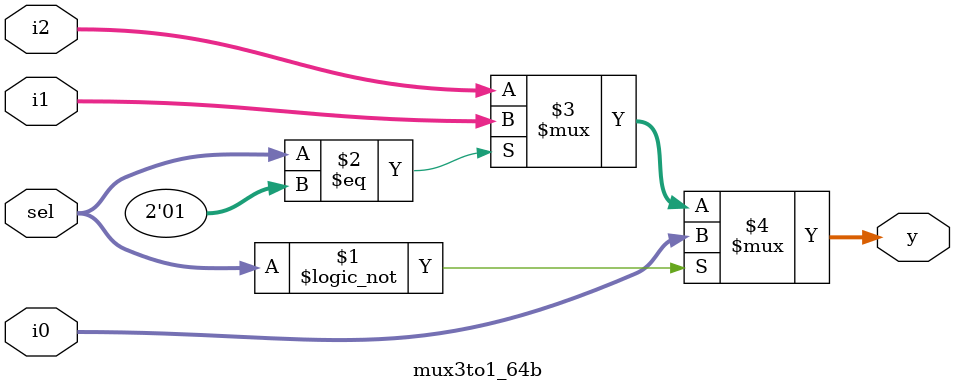
<source format=v>
module mux3to1_64b (i0, i1, i2, sel, y);
  input [63:0] i0, i1, i2;
  input [1:0] sel;
  output [63:0] y;
  
  assign y = (sel==2'b00) ? i0 :
             (sel==2'b01) ? i1 : i2;
  
endmodule





</source>
